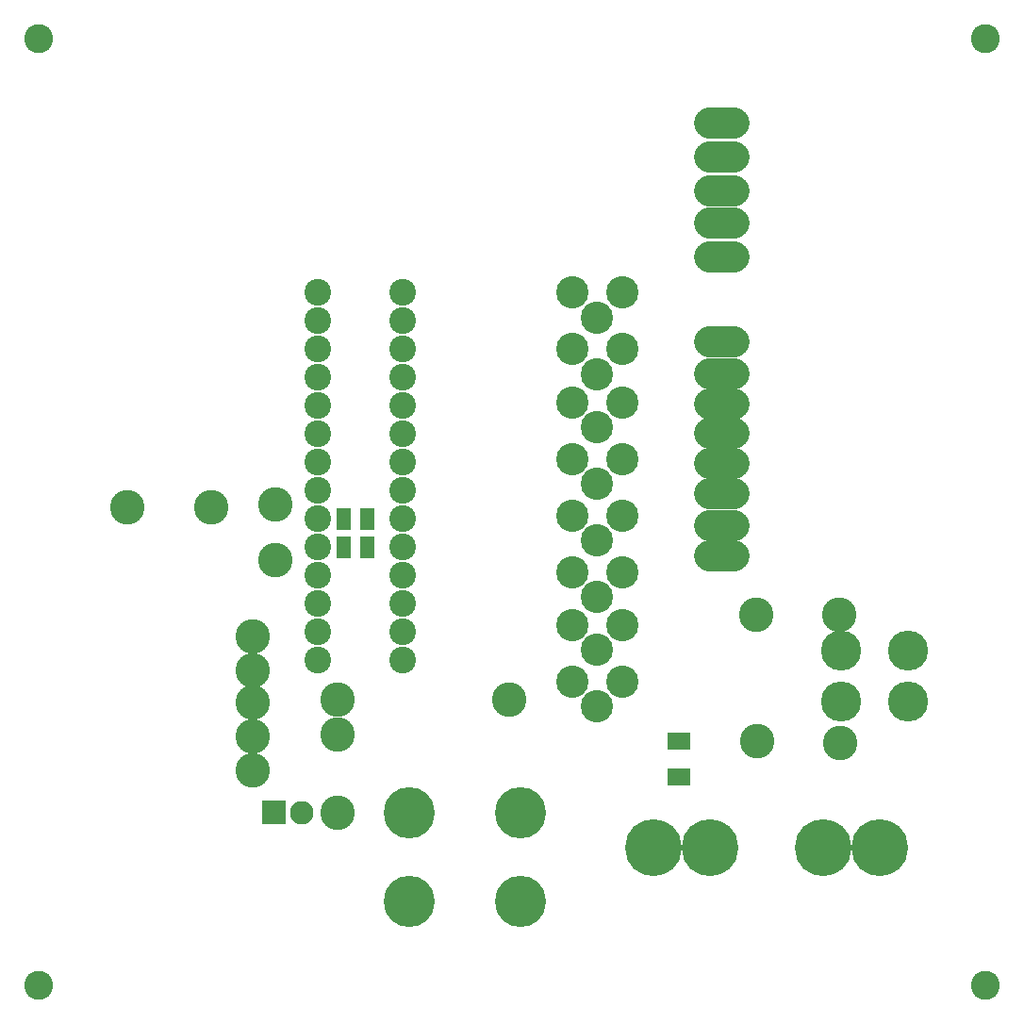
<source format=gbr>
%FSLAX34Y34*%
%MOMM*%
%LNSOLDERMASK_BOTTOM*%
G71*
G01*
%ADD10C, 2.40*%
%ADD11C, 3.10*%
%ADD12C, 2.90*%
%ADD13C, 2.60*%
%ADD14C, 2.80*%
%ADD15C, 3.10*%
%ADD16R, 2.00X1.50*%
%ADD17C, 5.10*%
%ADD18C, 4.60*%
%ADD19C, 3.60*%
%ADD20C, 2.12*%
%LPD*%
X275431Y-253200D02*
G54D10*
D03*
X275431Y-278600D02*
G54D10*
D03*
X275431Y-304000D02*
G54D10*
D03*
X275431Y-329400D02*
G54D10*
D03*
X351631Y-253200D02*
G54D10*
D03*
X351631Y-278600D02*
G54D10*
D03*
X351631Y-304000D02*
G54D10*
D03*
X351631Y-329400D02*
G54D10*
D03*
X275431Y-354800D02*
G54D10*
D03*
X275431Y-380200D02*
G54D10*
D03*
X275431Y-405600D02*
G54D10*
D03*
X351631Y-354800D02*
G54D10*
D03*
X351631Y-380200D02*
G54D10*
D03*
X351631Y-405600D02*
G54D10*
D03*
X275431Y-431000D02*
G54D10*
D03*
X351631Y-431000D02*
G54D10*
D03*
X275431Y-456400D02*
G54D10*
D03*
X275431Y-481800D02*
G54D10*
D03*
X351631Y-456400D02*
G54D10*
D03*
X351631Y-481800D02*
G54D10*
D03*
X351631Y-507200D02*
G54D10*
D03*
X351631Y-532600D02*
G54D10*
D03*
X351631Y-558000D02*
G54D10*
D03*
X351631Y-583400D02*
G54D10*
D03*
X275431Y-507200D02*
G54D10*
D03*
X275431Y-532600D02*
G54D10*
D03*
X275431Y-558000D02*
G54D10*
D03*
X275431Y-583400D02*
G54D10*
D03*
X237331Y-443700D02*
G54D11*
D03*
X237331Y-493700D02*
G54D11*
D03*
X548481Y-253200D02*
G54D12*
D03*
X526256Y-275425D02*
G54D12*
D03*
X504031Y-253200D02*
G54D12*
D03*
X548481Y-304000D02*
G54D12*
D03*
X526256Y-326225D02*
G54D12*
D03*
X504031Y-304000D02*
G54D12*
D03*
X548481Y-351625D02*
G54D12*
D03*
X526256Y-373850D02*
G54D12*
D03*
X504031Y-351625D02*
G54D12*
D03*
X548481Y-402425D02*
G54D12*
D03*
X526256Y-424650D02*
G54D12*
D03*
X504031Y-402425D02*
G54D12*
D03*
X548481Y-453225D02*
G54D12*
D03*
X526256Y-475450D02*
G54D12*
D03*
X504031Y-453225D02*
G54D12*
D03*
X548481Y-504025D02*
G54D12*
D03*
X526256Y-526250D02*
G54D12*
D03*
X504031Y-504025D02*
G54D12*
D03*
X548481Y-551650D02*
G54D12*
D03*
X526256Y-573875D02*
G54D12*
D03*
X504031Y-551650D02*
G54D12*
D03*
X548481Y-602450D02*
G54D12*
D03*
X526256Y-624675D02*
G54D12*
D03*
X504031Y-602450D02*
G54D12*
D03*
X25006Y-875000D02*
G54D13*
D03*
X875006Y-875000D02*
G54D13*
D03*
X875006Y-25000D02*
G54D13*
D03*
X25006Y-25000D02*
G54D13*
D03*
G36*
X313381Y-471800D02*
X326381Y-471800D01*
X326381Y-491800D01*
X313381Y-491800D01*
X313381Y-471800D01*
G37*
G36*
X292381Y-471800D02*
X305381Y-471800D01*
X305381Y-491800D01*
X292381Y-491800D01*
X292381Y-471800D01*
G37*
G36*
X313381Y-446400D02*
X326381Y-446400D01*
X326381Y-466400D01*
X313381Y-466400D01*
X313381Y-446400D01*
G37*
G36*
X292381Y-446400D02*
X305381Y-446400D01*
X305381Y-466400D01*
X292381Y-466400D01*
X292381Y-446400D01*
G37*
G54D14*
X649175Y-100800D02*
X627175Y-100800D01*
G54D14*
X649175Y-130963D02*
X627175Y-130963D01*
G54D14*
X649175Y-161125D02*
X627175Y-161125D01*
G54D14*
X649175Y-190494D02*
X627175Y-190494D01*
G54D14*
X649175Y-220656D02*
X627175Y-220656D01*
X216700Y-681838D02*
G54D15*
D03*
X216700Y-651675D02*
G54D15*
D03*
X216700Y-621512D02*
G54D15*
D03*
X216700Y-592144D02*
G54D15*
D03*
X216700Y-561981D02*
G54D15*
D03*
X446888Y-618338D02*
G54D15*
D03*
X600075Y-655638D02*
G54D16*
D03*
X600075Y-688138D02*
G54D16*
D03*
X779775Y-751700D02*
G54D17*
D03*
X728975Y-751700D02*
G54D17*
D03*
X627375Y-751700D02*
G54D17*
D03*
X576575Y-751700D02*
G54D17*
D03*
X357575Y-720000D02*
G54D18*
D03*
X457575Y-720000D02*
G54D18*
D03*
X457575Y-800000D02*
G54D18*
D03*
X357575Y-800000D02*
G54D18*
D03*
X745338Y-619925D02*
G54D19*
D03*
X745338Y-574925D02*
G54D19*
D03*
X805338Y-619925D02*
G54D19*
D03*
X805338Y-574925D02*
G54D19*
D03*
X669925Y-655638D02*
G54D15*
D03*
X744538Y-657225D02*
G54D15*
D03*
X669135Y-542125D02*
G54D15*
D03*
X743750Y-542138D02*
G54D15*
D03*
G36*
X225150Y-709338D02*
X246350Y-709338D01*
X246350Y-730538D01*
X225150Y-730538D01*
X225150Y-709338D01*
G37*
X261150Y-719938D02*
G54D20*
D03*
X292900Y-719938D02*
G54D15*
D03*
X292894Y-650400D02*
G54D15*
D03*
X292894Y-618650D02*
G54D15*
D03*
X179394Y-445775D02*
G54D15*
D03*
X104775Y-446088D02*
G54D15*
D03*
G54D14*
X649175Y-379412D02*
X627175Y-379412D01*
G54D14*
X649175Y-406400D02*
X627175Y-406400D01*
G54D14*
X649175Y-433388D02*
X627175Y-433388D01*
G54D14*
X649175Y-461962D02*
X627175Y-461962D01*
G54D14*
X649175Y-488950D02*
X627175Y-488950D01*
G54D14*
X649175Y-352425D02*
X627175Y-352425D01*
G54D14*
X649175Y-325438D02*
X627175Y-325438D01*
G54D14*
X649175Y-296862D02*
X627175Y-296862D01*
M02*

</source>
